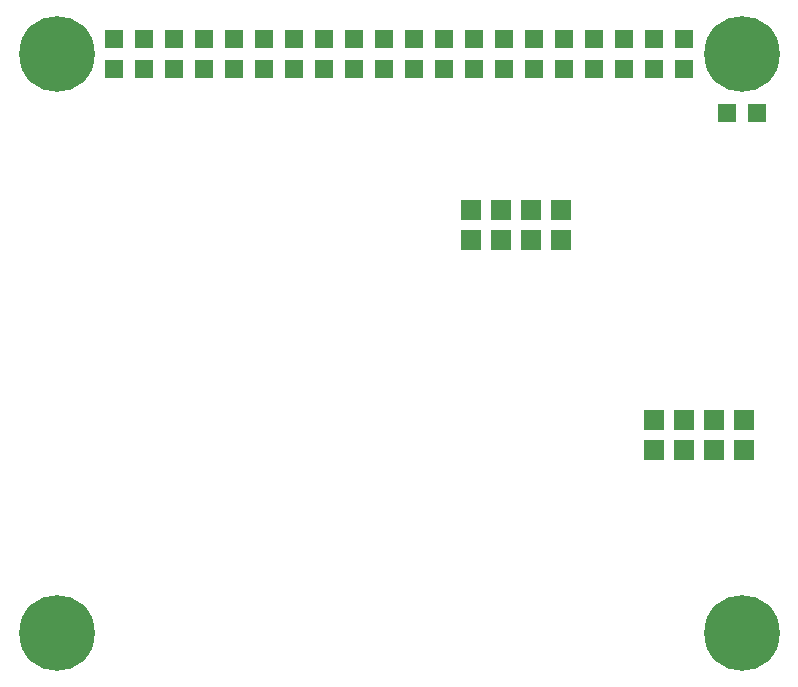
<source format=gbs>
G04 ---------------------------- Layer name :BOTTOM SOLDER LAYER*
G04 EasyEDA v5.8.20, Fri, 02 Nov 2018 18:29:30 GMT*
G04 36527c8444ce4c4c8eb284ebc49f3122*
G04 Gerber Generator version 0.2*
G04 Scale: 100 percent, Rotated: No, Reflected: No *
G04 Dimensions in millimeters *
G04 leading zeros omitted , absolute positions ,3 integer and 3 decimal *
%FSLAX33Y33*%
%MOMM*%
G90*
G71D02*

%ADD47R,1.704340X1.704340*%
%ADD59R,1.703197X1.703197*%
%ADD61C,6.403340*%
%ADD62R,1.617980X1.617980*%

%LPD*%
G54D47*
G01X46228Y39370D03*
G01X46228Y36830D03*
G01X43688Y39370D03*
G01X43688Y36830D03*
G01X41148Y39370D03*
G01X41148Y36830D03*
G01X38608Y39370D03*
G01X38608Y36830D03*
G54D59*
G01X54102Y19050D03*
G01X56642Y19050D03*
G01X59182Y19050D03*
G01X61722Y19050D03*
G01X61722Y21590D03*
G01X59182Y21590D03*
G01X56642Y21590D03*
G01X54102Y21590D03*
G54D61*
G01X3556Y3556D03*
G01X61544Y3556D03*
G01X61544Y52552D03*
G01X3556Y52552D03*
G54D62*
G01X8432Y51282D03*
G01X10972Y51282D03*
G01X13512Y51282D03*
G01X16052Y51282D03*
G01X18592Y51282D03*
G01X21132Y51282D03*
G01X8432Y53822D03*
G01X10972Y53822D03*
G01X13512Y53822D03*
G01X16052Y53822D03*
G01X18592Y53822D03*
G01X21132Y53822D03*
G01X23672Y51282D03*
G01X23672Y53822D03*
G01X26212Y51282D03*
G01X28752Y51282D03*
G01X31292Y51282D03*
G01X33832Y51282D03*
G01X36372Y51282D03*
G01X38912Y51282D03*
G01X26212Y53822D03*
G01X28752Y53822D03*
G01X31292Y53822D03*
G01X33832Y53822D03*
G01X36372Y53822D03*
G01X38912Y53822D03*
G01X41452Y51282D03*
G01X41452Y53822D03*
G01X43992Y51282D03*
G01X46532Y51282D03*
G01X49072Y51282D03*
G01X51612Y51282D03*
G01X54152Y51282D03*
G01X56692Y51282D03*
G01X43992Y53822D03*
G01X46532Y53822D03*
G01X49072Y53822D03*
G01X51612Y53822D03*
G01X54152Y53822D03*
G01X56692Y53822D03*
G01X60270Y47608D03*
G01X62810Y47607D03*
M00*
M02*

</source>
